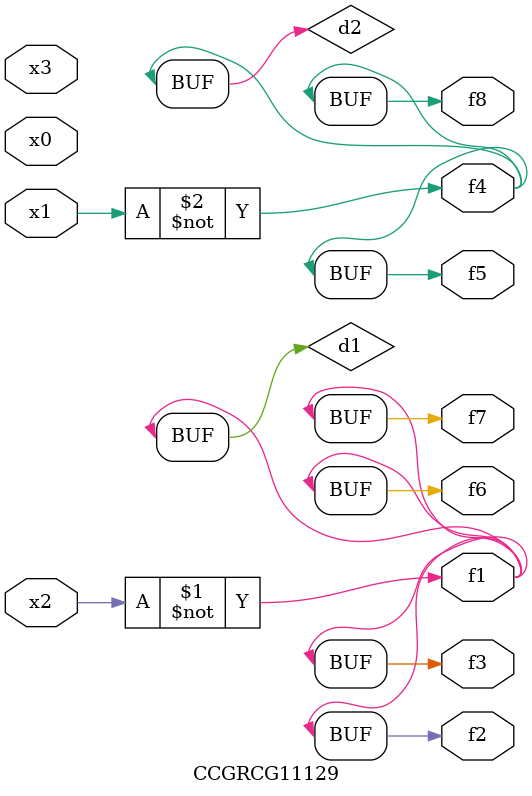
<source format=v>
module CCGRCG11129(
	input x0, x1, x2, x3,
	output f1, f2, f3, f4, f5, f6, f7, f8
);

	wire d1, d2;

	xnor (d1, x2);
	not (d2, x1);
	assign f1 = d1;
	assign f2 = d1;
	assign f3 = d1;
	assign f4 = d2;
	assign f5 = d2;
	assign f6 = d1;
	assign f7 = d1;
	assign f8 = d2;
endmodule

</source>
